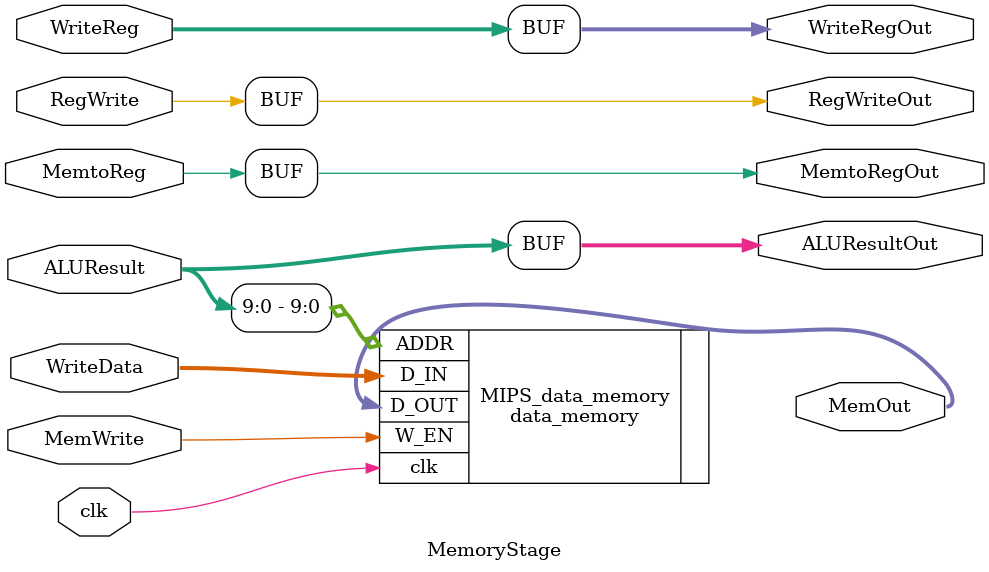
<source format=sv>
/* ----------------------------------------------------
 Company : Rochester Institute of Technology (RIT)
 Engineer : Glenn Vodra (GKV4063@rit.edu)

 Create Date : 6/5/23
 Design Name : MemoryStage
 Module Name : MemoryStage - dataflow
 Project Name : MemoryStage

 Description : Processor Memory Stage
----------------------------------------------------*/
module MemoryStage(clk, RegWrite, MemtoReg, MemWrite, WriteReg, ALUResult, WriteData,
				   RegWriteOut, MemtoRegOut, WriteRegOut, ALUResultOut, MemOut);
	input logic	clk;
	input logic RegWrite, MemtoReg, MemWrite;
	input logic [4:0] WriteReg;
	input logic [31:0] ALUResult, WriteData;
	
	output logic RegWriteOut, MemtoRegOut;
	output logic [4:0] WriteRegOut;
	output logic [31:0] ALUResultOut, MemOut;
	
	data_memory MIPS_data_memory(
		.clk(clk),
		.W_EN(MemWrite),
		.ADDR(ALUResult[9:0]),
		.D_IN(WriteData),
		.D_OUT(MemOut)
	);
	
	assign RegWriteOut = RegWrite;
	assign MemtoRegOut = MemtoReg;
	assign WriteRegOut = WriteReg;
	assign ALUResultOut = ALUResult;
	
endmodule

</source>
